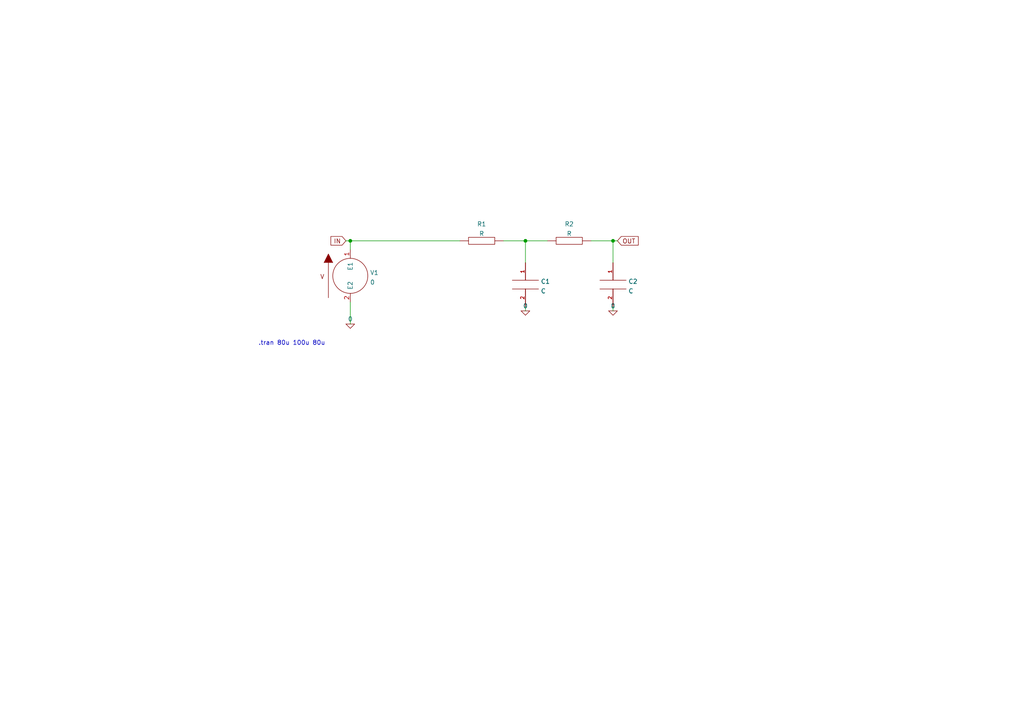
<source format=kicad_sch>
(kicad_sch (version 20210621) (generator eeschema)
  (paper "A4")
  (lib_symbols
    (symbol "pspice:0" (power) (pin_names (offset 0))
      (property "Value" "0" (at 0 -1.778 0))
      (symbol "0_0_1"
        (polyline (pts (xy -1.27 0) (xy 0 -1.27) (xy 1.27 0) (xy -1.27 0)))
      )
      (symbol "0_1_1"
        (pin power_in line (at 0 0 0) (length 0) hide (name "0") (number "1"))
      )
    )
    (symbol "pspice:C" (pin_names (offset 0.254))
      (property "Reference" "C" (at 2.54 3.81 90))
      (property "Value" "C" (at 2.54 -3.81 90))
      (symbol "C_0_1"
        (polyline (pts (xy -3.81 -1.27) (xy 3.81 -1.27)))
        (polyline (pts (xy -3.81 1.27) (xy 3.81 1.27)))
      )
      (symbol "C_1_1"
        (pin passive line (at 0 6.35 270) (length 5.08) (name "~") (number "1"))
        (pin passive line (at 0 -6.35 90) (length 5.08) (name "~") (number "2"))
      )
    )
    (symbol "pspice:R" (pin_numbers hide) (pin_names (offset 0))
      (property "Reference" "R" (at 2.032 0 90))
      (property "Value" "R" (at 0 0 90))
      (symbol "R_0_1"
        (rectangle (start -1.016 3.81) (end 1.016 -3.81))
      )
      (symbol "R_1_1"
        (pin passive line (at 0 6.35 270) (length 2.54) (name "~") (number "1"))
        (pin passive line (at 0 -6.35 90) (length 2.54) (name "~") (number "2"))
      )
    )
    (symbol "pspice:VSOURCE" (pin_names (offset 1.016))
      (property "Reference" "V" (at -6.35 7.62 0))
      (property "Value" "VSOURCE" (at 0 0 0))
      (symbol "VSOURCE_0_1"
        (polyline (pts (xy -6.35 -6.35) (xy -6.35 3.81)) (fill (type outline)))
        (polyline (pts (xy -7.62 3.81) (xy -6.35 6.35) (xy -5.08 3.81)) (fill (type outline)))
        (circle (center 0 0) (radius 5.08))
        (text "V" (at -8.128 -0.254 0) (effects (font (size 1.27 1.27))))
      )
      (symbol "VSOURCE_1_1"
        (pin input line (at 0 7.62 270) (length 2.54) (name "E1") (number "1"))
        (pin input line (at 0 -7.62 90) (length 2.54) (name "E2") (number "2"))
      )
    )
  )
  (junction (at 101.6 69.85))
  (junction (at 152.4 69.85))
  (junction (at 177.8 69.85))
  (wire (pts (xy 100.33 69.85) (xy 101.6 69.85)))
  (wire (pts (xy 101.6 69.85) (xy 101.6 72.39)))
  (wire (pts (xy 101.6 87.63) (xy 101.6 93.98)))
  (wire (pts (xy 133.35 69.85) (xy 101.6 69.85)))
  (wire (pts (xy 146.05 69.85) (xy 152.4 69.85)))
  (wire (pts (xy 152.4 69.85) (xy 158.75 69.85)))
  (wire (pts (xy 152.4 76.2) (xy 152.4 69.85)))
  (wire (pts (xy 152.4 88.9) (xy 152.4 90.17)))
  (wire (pts (xy 177.8 69.85) (xy 171.45 69.85)))
  (wire (pts (xy 177.8 69.85) (xy 179.07 69.85)))
  (wire (pts (xy 177.8 76.2) (xy 177.8 69.85)))
  (wire (pts (xy 177.8 88.9) (xy 177.8 90.17)))
  (text ".tran 80u 100u 80u" (at 74.93 100.33 0) (effects (font (size 1.27 1.27)) (justify left bottom)))
  (global_label "IN" (shape input) (at 100.33 69.85 180) (property "Intersheet References" "${INTERSHEET_REFS}" (effects hide)))
  (global_label "OUT" (shape input) (at 179.07 69.85 0) (property "Intersheet References" "${INTERSHEET_REFS}" (effects hide)))
  (symbol (lib_id "pspice:0") (at 101.6 93.98 0) (unit 1)
    (property "Reference" "#GND01" (effects hide))
    (property "Value" "0" (at 101.6 92.5344 0))
  )
  (symbol (lib_id "pspice:0") (at 152.4 90.17 0) (unit 1)
    (property "Reference" "#GND02" (effects hide))
    (property "Value" "0" (at 152.4 88.7244 0))
  )
  (symbol (lib_id "pspice:0") (at 177.8 90.17 0) (unit 1)
    (property "Reference" "#GND03" (effects hide))
    (property "Value" "0" (at 177.8 88.7244 0))
  )
  (symbol (lib_id "pspice:R") (at 139.7 69.85 90) (unit 1)
    (property "Reference" "R1" (at 139.7 64.9945 90))
    (property "Value" "R" (at 139.7 67.7696 90))
    (property "Spice_Primitive" "R" (effects hide))
    (property "Spice_Model" "100" (effects hide))
    (property "Spice_Netlist_Enabled" "Y" (effects hide))
  )
  (symbol (lib_id "pspice:R") (at 165.1 69.85 90) (unit 1)
    (property "Reference" "R2" (at 165.1 64.9945 90))
    (property "Value" "R" (at 165.1 67.7696 90))
    (property "Spice_Primitive" "R" (effects hide))
    (property "Spice_Model" "100" (effects hide))
    (property "Spice_Netlist_Enabled" "Y" (effects hide))
  )
  (symbol (lib_id "pspice:C") (at 152.4 82.55 0) (unit 1)
    (property "Reference" "C1" (at 156.845 81.6415 0) (effects (justify left)))
    (property "Value" "C" (at 156.845 84.4166 0) (effects (justify left)))
    (property "Spice_Primitive" "C" (effects hide))
    (property "Spice_Model" "2n" (effects hide))
    (property "Spice_Netlist_Enabled" "Y" (effects hide))
  )
  (symbol (lib_id "pspice:C") (at 177.8 82.55 0) (unit 1)
    (property "Reference" "C2" (at 182.245 81.6415 0) (effects (justify left)))
    (property "Value" "C" (at 182.245 84.4166 0) (effects (justify left)))
    (property "Spice_Primitive" "C" (effects hide))
    (property "Spice_Model" "2n" (effects hide))
    (property "Spice_Netlist_Enabled" "Y" (effects hide))
  )
  (symbol (lib_id "pspice:VSOURCE") (at 101.6 80.01 0) (unit 1)
    (property "Reference" "V1" (at 107.315 79.1015 0) (effects (justify left)))
    (property "Value" "0" (at 107.315 81.8766 0) (effects (justify left)))
    (property "Spice_Primitive" "V" (effects hide))
    (property "Spice_Model" "dc 5 pulse(0 5 0 1n 1n 500n 1u)" (effects hide))
    (property "Spice_Netlist_Enabled" "Y" (effects hide))
  )
)
</source>
